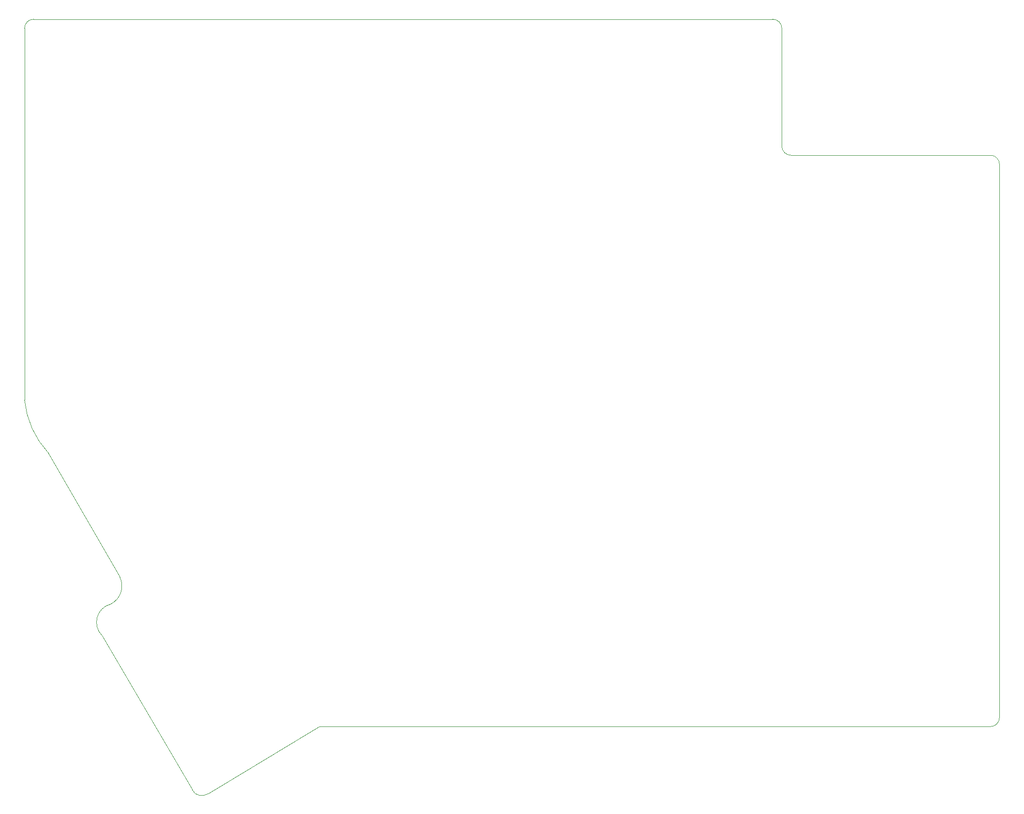
<source format=gm1>
G04 #@! TF.GenerationSoftware,KiCad,Pcbnew,5.1.10*
G04 #@! TF.CreationDate,2021-07-25T23:07:30-04:00*
G04 #@! TF.ProjectId,v04_right,7630345f-7269-4676-9874-2e6b69636164,rev?*
G04 #@! TF.SameCoordinates,Original*
G04 #@! TF.FileFunction,Profile,NP*
%FSLAX46Y46*%
G04 Gerber Fmt 4.6, Leading zero omitted, Abs format (unit mm)*
G04 Created by KiCad (PCBNEW 5.1.10) date 2021-07-25 23:07:30*
%MOMM*%
%LPD*%
G01*
G04 APERTURE LIST*
G04 #@! TA.AperFunction,Profile*
%ADD10C,0.050000*%
G04 #@! TD*
G04 APERTURE END LIST*
D10*
X-169862501Y-121443751D02*
G75*
G02*
X-171450001Y-126206249I-3174999J-1587499D01*
G01*
X-172970409Y-131695409D02*
G75*
G02*
X-171450000Y-126206250I2314159J2314159D01*
G01*
X-154424559Y-159393060D02*
G75*
G02*
X-157162500Y-158750000I-1087942J1518059D01*
G01*
X-15875000Y-146050000D02*
G75*
G02*
X-17462500Y-147637500I-1587500J0D01*
G01*
X-17462500Y-47625000D02*
G75*
G02*
X-15875000Y-49212500I0J-1587500D01*
G01*
X-52387500Y-47625000D02*
G75*
G02*
X-53975000Y-46037500I0J1587500D01*
G01*
X-182347367Y-99756036D02*
G75*
G02*
X-186531249Y-90487499I11691117J10856036D01*
G01*
X-169862501Y-121443751D02*
X-182347367Y-99756036D01*
X-186531250Y-25400000D02*
X-186531249Y-90487499D01*
X-157162500Y-158750000D02*
X-172970409Y-131695409D01*
X-134937500Y-147637500D02*
X-154424559Y-159393060D01*
X-186531250Y-25400000D02*
G75*
G02*
X-184943750Y-23812500I1587500J0D01*
G01*
X-55562500Y-23812500D02*
G75*
G02*
X-53975000Y-25400000I0J-1587500D01*
G01*
X-15875000Y-146050000D02*
X-15875000Y-49212500D01*
X-17462500Y-147637500D02*
X-134937500Y-147637500D01*
X-184943750Y-23812500D02*
X-55562500Y-23812500D01*
X-53975000Y-46037500D02*
X-53975000Y-25400000D01*
X-52387500Y-47625000D02*
X-17462500Y-47625000D01*
M02*

</source>
